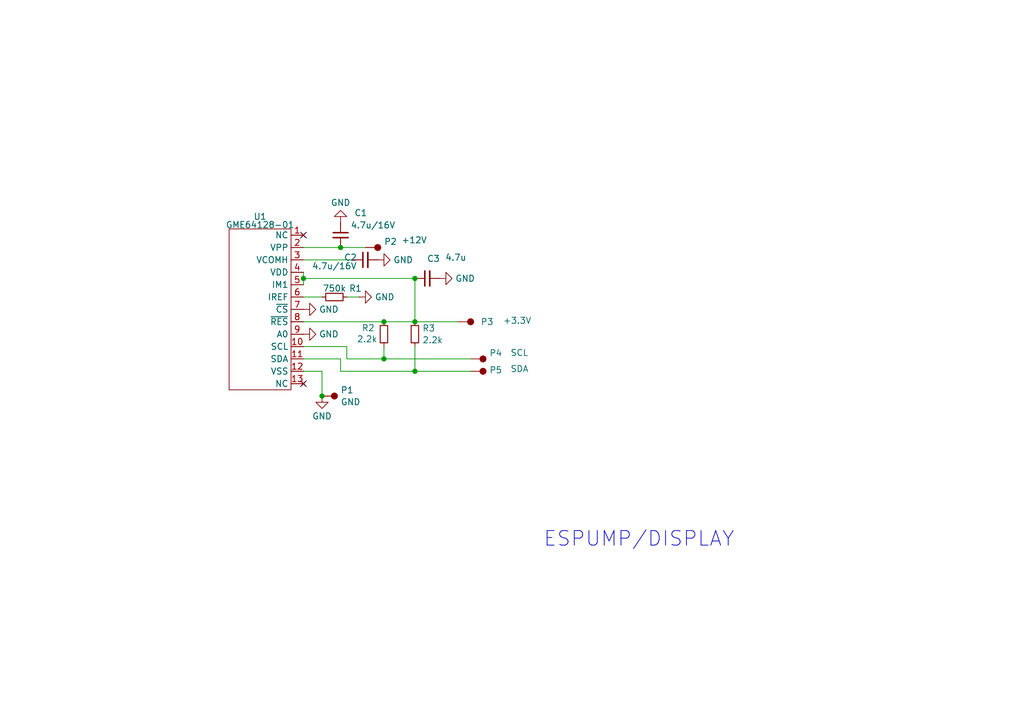
<source format=kicad_sch>
(kicad_sch (version 20231120) (generator "eeschema") (generator_version "8.0")
  (paper "A5")
  (lib_symbols
    (symbol "Library:C_Small" (pin_numbers hide) (pin_names (offset 0.254) hide)
      (property "Reference" "C" (at 0.254 1.778 0))
      (property "Value" "C_Small" (at 0.254 -2.032 0))
      (symbol "C_Small_0_1"
        (polyline (pts (xy -1.524 -0.508) (xy 1.524 -0.508)) (stroke (width 0.3302)))
        (polyline (pts (xy -1.524 0.508) (xy 1.524 0.508)) (stroke (width 0.3048)))
      )
      (symbol "C_Small_1_1"
        (pin passive line (at 0 2.54 270) (length 2.032) (name "~") (number "1"))
        (pin passive line (at 0 -2.54 90) (length 2.032) (name "~") (number "2"))
      )
    )
    (symbol "Library:GME64128-01"
      (property "Reference" "U" (at 0 3.048 0))
      (symbol "GME64128-01_0_1"
        (rectangle (start 0 1.27) (end 12.7 -31.75))
      )
      (symbol "GME64128-01_1_1"
        (pin no_connect line (at -2.54 0 0) (length 2.54) (name "NC") (number "1"))
        (pin input line (at -2.54 -22.86 0) (length 2.54) (name "SCL") (number "10"))
        (pin input line (at -2.54 -25.4 0) (length 2.54) (name "SDA") (number "11"))
        (pin power_in line (at -2.54 -27.94 0) (length 2.54) (name "VSS") (number "12"))
        (pin no_connect line (at -2.54 -30.48 0) (length 2.54) (name "NC") (number "13"))
        (pin power_in line (at -2.54 -2.54 0) (length 2.54) (name "VPP") (number "2"))
        (pin power_out line (at -2.54 -5.08 0) (length 2.54) (name "VCOMH") (number "3"))
        (pin power_in line (at -2.54 -7.62 0) (length 2.54) (name "VDD") (number "4"))
        (pin input line (at -2.54 -10.16 0) (length 2.54) (name "IM1") (number "5"))
        (pin passive line (at -2.54 -12.7 0) (length 2.54) (name "IREF") (number "6"))
        (pin input line (at -2.54 -15.24 0) (length 2.54) (name "~{CS}") (number "7"))
        (pin input line (at -2.54 -17.78 0) (length 2.54) (name "~{RES}") (number "8"))
        (pin input line (at -2.54 -20.32 0) (length 2.54) (name "A0") (number "9"))
      )
    )
    (symbol "Library:GND" (power) (pin_numbers hide) (pin_names (offset 0) hide)
      (property "Value" "GND" (at 0 -3.81 0))
      (symbol "GND_0_1"
        (polyline (pts (xy 0 0) (xy 0 -1.27) (xy 1.27 -1.27) (xy 0 -2.54) (xy -1.27 -1.27) (xy 0 -1.27)))
      )
      (symbol "GND_1_1"
        (pin power_in line (at 0 0 270) (length 0) (name "~") (number "1"))
      )
    )
    (symbol "Library:Pad" (pin_numbers hide) (pin_names (offset 1.016))
      (property "Reference" "P" (at 1.27 0 0))
      (property "Value" "Pad" (at 6.35 0 0))
      (symbol "Pad_0_1"
        (circle (center 0 0) (radius 0.635) (fill (type outline)))
      )
      (symbol "Pad_1_1"
        (pin unspecified line (at -2.54 0 0) (length 2.54) (name "~") (number "1"))
      )
    )
    (symbol "Library:R_Small" (pin_numbers hide) (pin_names (offset 0.254) hide)
      (property "Reference" "R" (at 0.762 0.508 0))
      (property "Value" "R_Small" (at 0.762 -1.016 0))
      (symbol "R_Small_0_1"
        (rectangle (start -0.762 1.778) (end 0.762 -1.778) (stroke (width 0.2032)))
      )
      (symbol "R_Small_1_1"
        (pin passive line (at 0 2.54 270) (length 0.762) (name "~") (number "1"))
        (pin passive line (at 0 -2.54 90) (length 0.762) (name "~") (number "2"))
      )
    )
  )
  (junction (at 85.09 66.04))
  (junction (at 85.09 76.2))
  (junction (at 78.74 73.66))
  (junction (at 69.85 50.8))
  (junction (at 85.09 57.15))
  (junction (at 78.74 66.04))
  (junction (at 66.04 81.28))
  (junction (at 62.23 57.15))
  (no_connect (at 62.23 48.26))
  (no_connect (at 62.23 78.74))
  (wire (pts (xy 85.09 76.2) (xy 96.52 76.2)))
  (wire (pts (xy 85.09 66.04) (xy 78.74 66.04)))
  (wire (pts (xy 62.23 53.34) (xy 72.39 53.34)))
  (wire (pts (xy 78.74 66.04) (xy 62.23 66.04)))
  (wire (pts (xy 66.04 76.2) (xy 66.04 81.28)))
  (wire (pts (xy 93.98 66.04) (xy 85.09 66.04)))
  (wire (pts (xy 74.93 50.8) (xy 69.85 50.8)))
  (wire (pts (xy 62.23 76.2) (xy 66.04 76.2)))
  (wire (pts (xy 71.12 60.96) (xy 73.66 60.96)))
  (wire (pts (xy 78.74 71.12) (xy 78.74 73.66)))
  (wire (pts (xy 85.09 57.15) (xy 85.09 66.04)))
  (wire (pts (xy 62.23 73.66) (xy 69.85 73.66)))
  (wire (pts (xy 71.12 73.66) (xy 78.74 73.66)))
  (wire (pts (xy 62.23 55.88) (xy 62.23 57.15)))
  (wire (pts (xy 62.23 71.12) (xy 71.12 71.12)))
  (wire (pts (xy 85.09 71.12) (xy 85.09 76.2)))
  (wire (pts (xy 69.85 76.2) (xy 85.09 76.2)))
  (wire (pts (xy 69.85 73.66) (xy 69.85 76.2)))
  (wire (pts (xy 78.74 73.66) (xy 96.52 73.66)))
  (wire (pts (xy 71.12 71.12) (xy 71.12 73.66)))
  (wire (pts (xy 62.23 60.96) (xy 66.04 60.96)))
  (wire (pts (xy 62.23 57.15) (xy 85.09 57.15)))
  (wire (pts (xy 69.85 50.8) (xy 62.23 50.8)))
  (wire (pts (xy 62.23 57.15) (xy 62.23 58.42)))
  (text "ESPUMP/DISPLAY" (at 131.064 110.744 0) (effects (font (size 3 3))))
  (symbol (lib_id "Library:Pad") (at 99.06 76.2 0) (unit 1)
    (property "Reference" "P5" (at 100.33 75.946 0) (effects (justify left)))
    (property "Value" "SDA" (at 104.648 75.692 0) (effects (justify left)))
    (property "Footprint" "Library:TestPoint_Pad_D2.0mm" (effects (hide yes)))
  )
  (symbol (lib_id "Library:Pad") (at 77.47 50.8 0) (unit 1)
    (property "Reference" "P2" (at 78.74 49.5878 0) (effects (justify left)))
    (property "Value" "+12V" (at 82.296 49.276 0) (effects (justify left)))
    (property "Footprint" "Library:TestPoint_Pad_D2.0mm" (effects (hide yes)))
  )
  (symbol (lib_id "Library:C_Small") (at 87.63 57.15 90) (unit 1)
    (property "Reference" "C3" (at 88.9 53.086 90))
    (property "Value" "4.7u" (at 93.472 52.832 90))
    (property "Footprint" "Library:C_0603_1608Metric" (effects (hide yes)))
    (property "Description" "Unpolarized capacitor, small symbol" (effects (hide yes)))
  )
  (symbol (lib_id "Library:GME64128-01") (at 59.69 48.26 0) (mirror y) (unit 1)
    (property "Reference" "U1" (at 53.34 44.4585 0))
    (property "Value" "GME64128-01" (at 53.34 46.1399 0))
    (property "Footprint" "Library:GME64128-01" (effects (hide yes)))
  )
  (symbol (lib_id "Library:C_Small") (at 69.85 48.26 0) (unit 1)
    (property "Reference" "C1" (at 72.644 43.688 0) (effects (justify left)))
    (property "Value" "4.7u/16V" (at 71.882 46.228 0) (effects (justify left)))
    (property "Footprint" "Library:C_1206_3216Metric" (effects (hide yes)))
    (property "Description" "Unpolarized capacitor, small symbol" (effects (hide yes)))
  )
  (symbol (lib_id "Library:R_Small") (at 78.74 68.58 0) (unit 1)
    (property "Reference" "R2" (at 74.168 67.31 0) (effects (justify left)))
    (property "Value" "2.2k" (at 73.152 69.596 0) (effects (justify left)))
    (property "Footprint" "Library:R_0603_1608Metric" (effects (hide yes)))
    (property "Description" "Resistor, small symbol" (effects (hide yes)))
  )
  (symbol (lib_id "Library:Pad") (at 96.52 66.04 0) (unit 1)
    (property "Reference" "P3" (at 98.552 66.04 0) (effects (justify left)))
    (property "Value" "+3.3V" (at 103.124 65.786 0) (effects (justify left)))
    (property "Footprint" "Library:TestPoint_Pad_D2.0mm" (effects (hide yes)))
  )
  (symbol (lib_id "Library:Pad") (at 68.58 81.28 0) (unit 1)
    (property "Reference" "P1" (at 69.85 80.0678 0) (effects (justify left)))
    (property "Value" "GND" (at 69.85 82.4921 0) (effects (justify left)))
    (property "Footprint" "Library:TestPoint_Pad_D2.0mm" (effects (hide yes)))
  )
  (symbol (lib_id "Library:R_Small") (at 68.58 60.96 90) (unit 1)
    (property "Reference" "R1" (at 72.898 59.182 90))
    (property "Value" "750k" (at 68.58 59.182 90))
    (property "Footprint" "Library:R_0603_1608Metric" (effects (hide yes)))
    (property "Description" "Resistor, small symbol" (effects (hide yes)))
  )
  (symbol (lib_id "Library:GND") (at 69.85 45.72 180) (unit 1)
    (property "Reference" "#PWR04" (effects (hide yes)))
    (property "Value" "GND" (at 69.85 41.5869 0))
    (property "Description" "Power symbol creates a global label with name \"GND\" , ground" (effects (hide yes)))
  )
  (symbol (lib_id "Library:Pad") (at 99.06 73.66 0) (unit 1)
    (property "Reference" "P4" (at 100.33 72.4478 0) (effects (justify left)))
    (property "Value" "SCL" (at 104.648 72.39 0) (effects (justify left)))
    (property "Footprint" "Library:TestPoint_Pad_D2.0mm" (effects (hide yes)))
  )
  (symbol (lib_id "Library:GND") (at 66.04 81.28 0) (unit 1)
    (property "Reference" "#PWR03" (effects (hide yes)))
    (property "Value" "GND" (at 66.04 85.4131 0))
    (property "Description" "Power symbol creates a global label with name \"GND\" , ground" (effects (hide yes)))
  )
  (symbol (lib_id "Library:R_Small") (at 85.09 68.58 0) (unit 1)
    (property "Reference" "R3" (at 86.5886 67.3678 0) (effects (justify left)))
    (property "Value" "2.2k" (at 86.5886 69.7921 0) (effects (justify left)))
    (property "Footprint" "Library:R_0603_1608Metric" (effects (hide yes)))
    (property "Description" "Resistor, small symbol" (effects (hide yes)))
  )
  (symbol (lib_id "Library:GND") (at 73.66 60.96 90) (unit 1)
    (property "Reference" "#PWR05" (effects (hide yes)))
    (property "Value" "GND" (at 76.835 60.96 90) (effects (justify right)))
    (property "Description" "Power symbol creates a global label with name \"GND\" , ground" (effects (hide yes)))
  )
  (symbol (lib_id "Library:GND") (at 62.23 68.58 90) (unit 1)
    (property "Reference" "#PWR02" (effects (hide yes)))
    (property "Value" "GND" (at 65.405 68.58 90) (effects (justify right)))
    (property "Description" "Power symbol creates a global label with name \"GND\" , ground" (effects (hide yes)))
  )
  (symbol (lib_id "Library:C_Small") (at 74.93 53.34 90) (unit 1)
    (property "Reference" "C2" (at 71.882 52.832 90))
    (property "Value" "4.7u/16V" (at 68.58 54.61 90))
    (property "Footprint" "Library:C_1206_3216Metric" (effects (hide yes)))
    (property "Description" "Unpolarized capacitor, small symbol" (effects (hide yes)))
  )
  (symbol (lib_id "Library:GND") (at 77.47 53.34 90) (unit 1)
    (property "Reference" "#PWR06" (effects (hide yes)))
    (property "Value" "GND" (at 80.645 53.34 90) (effects (justify right)))
    (property "Description" "Power symbol creates a global label with name \"GND\" , ground" (effects (hide yes)))
  )
  (symbol (lib_id "Library:GND") (at 62.23 63.5 90) (unit 1)
    (property "Reference" "#PWR01" (effects (hide yes)))
    (property "Value" "GND" (at 65.405 63.5 90) (effects (justify right)))
    (property "Description" "Power symbol creates a global label with name \"GND\" , ground" (effects (hide yes)))
  )
  (symbol (lib_id "Library:GND") (at 90.17 57.15 90) (unit 1)
    (property "Reference" "#PWR07" (effects (hide yes)))
    (property "Value" "GND" (at 93.345 57.15 90) (effects (justify right)))
    (property "Description" "Power symbol creates a global label with name \"GND\" , ground" (effects (hide yes)))
  )
)
</source>
